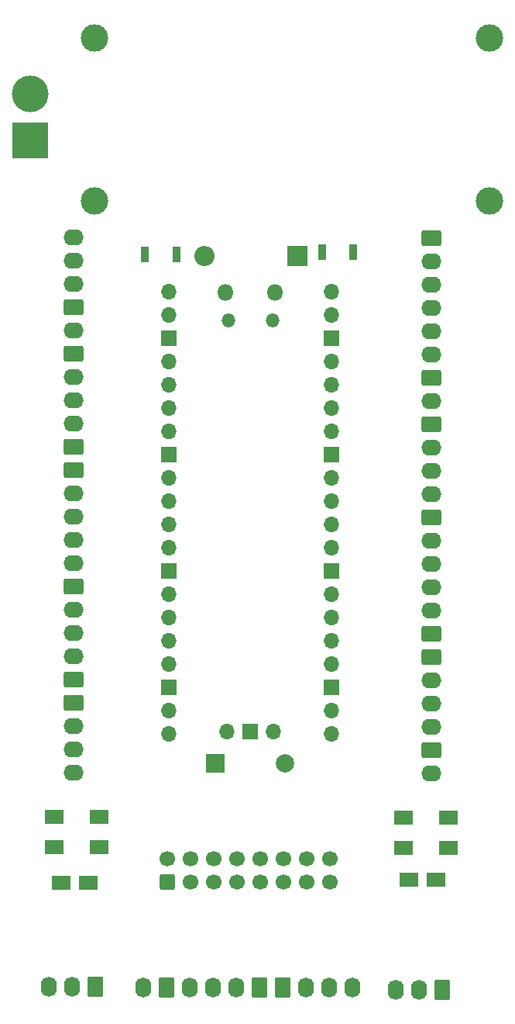
<source format=gts>
G04 #@! TF.GenerationSoftware,KiCad,Pcbnew,7.0.1*
G04 #@! TF.CreationDate,2023-06-05T16:12:44-05:00*
G04 #@! TF.ProjectId,Pico Breakout Board,5069636f-2042-4726-9561-6b6f75742042,rev?*
G04 #@! TF.SameCoordinates,Original*
G04 #@! TF.FileFunction,Soldermask,Top*
G04 #@! TF.FilePolarity,Negative*
%FSLAX46Y46*%
G04 Gerber Fmt 4.6, Leading zero omitted, Abs format (unit mm)*
G04 Created by KiCad (PCBNEW 7.0.1) date 2023-06-05 16:12:44*
%MOMM*%
%LPD*%
G01*
G04 APERTURE LIST*
G04 Aperture macros list*
%AMRoundRect*
0 Rectangle with rounded corners*
0 $1 Rounding radius*
0 $2 $3 $4 $5 $6 $7 $8 $9 X,Y pos of 4 corners*
0 Add a 4 corners polygon primitive as box body*
4,1,4,$2,$3,$4,$5,$6,$7,$8,$9,$2,$3,0*
0 Add four circle primitives for the rounded corners*
1,1,$1+$1,$2,$3*
1,1,$1+$1,$4,$5*
1,1,$1+$1,$6,$7*
1,1,$1+$1,$8,$9*
0 Add four rect primitives between the rounded corners*
20,1,$1+$1,$2,$3,$4,$5,0*
20,1,$1+$1,$4,$5,$6,$7,0*
20,1,$1+$1,$6,$7,$8,$9,0*
20,1,$1+$1,$8,$9,$2,$3,0*%
%AMFreePoly0*
4,1,6,1.000000,0.000000,0.500000,-0.750000,-0.500000,-0.750000,-0.500000,0.750000,0.500000,0.750000,1.000000,0.000000,1.000000,0.000000,$1*%
G04 Aperture macros list end*
%ADD10O,1.740000X2.190000*%
%ADD11RoundRect,0.250000X-0.620000X-0.845000X0.620000X-0.845000X0.620000X0.845000X-0.620000X0.845000X0*%
%ADD12RoundRect,0.250000X0.620000X0.845000X-0.620000X0.845000X-0.620000X-0.845000X0.620000X-0.845000X0*%
%ADD13C,1.700000*%
%ADD14RoundRect,0.250000X0.600000X-0.600000X0.600000X0.600000X-0.600000X0.600000X-0.600000X-0.600000X0*%
%ADD15O,1.700000X1.700000*%
%ADD16R,1.700000X1.700000*%
%ADD17O,1.800000X1.800000*%
%ADD18O,1.500000X1.500000*%
%ADD19C,3.000000*%
%ADD20R,0.900000X1.700000*%
%ADD21RoundRect,0.250000X-0.845000X0.620000X-0.845000X-0.620000X0.845000X-0.620000X0.845000X0.620000X0*%
%ADD22O,2.190000X1.740000*%
%ADD23RoundRect,0.250000X0.845000X-0.620000X0.845000X0.620000X-0.845000X0.620000X-0.845000X-0.620000X0*%
%ADD24R,1.500000X1.500000*%
%ADD25FreePoly0,0.000000*%
%ADD26FreePoly0,180.000000*%
%ADD27C,4.000000*%
%ADD28R,4.000000X4.000000*%
%ADD29O,2.200000X2.200000*%
%ADD30R,2.200000X2.200000*%
%ADD31R,2.000000X1.500000*%
%ADD32R,2.000000X2.000000*%
%ADD33C,2.000000*%
G04 APERTURE END LIST*
D10*
X145796000Y-138430000D03*
X143256000Y-138430000D03*
X140716000Y-138430000D03*
D11*
X138176000Y-138430000D03*
D12*
X135636000Y-138430000D03*
D10*
X133096000Y-138430000D03*
X130556000Y-138430000D03*
X128016000Y-138430000D03*
D12*
X125476000Y-138430000D03*
D10*
X122936000Y-138430000D03*
D13*
X125603000Y-124333000D03*
X128143000Y-124333000D03*
X130683000Y-124333000D03*
X133223000Y-124333000D03*
X135763000Y-124333000D03*
X138303000Y-124333000D03*
X140843000Y-124333000D03*
X143383000Y-124333000D03*
X143383000Y-126873000D03*
X140843000Y-126873000D03*
X138303000Y-126873000D03*
X135763000Y-126873000D03*
X133223000Y-126873000D03*
X130683000Y-126873000D03*
X128143000Y-126873000D03*
D14*
X125603000Y-126873000D03*
D15*
X137185000Y-110455000D03*
D16*
X134645000Y-110455000D03*
D15*
X132105000Y-110455000D03*
X143535000Y-62425000D03*
X143535000Y-64965000D03*
D16*
X143535000Y-67505000D03*
D15*
X143535000Y-70045000D03*
X143535000Y-72585000D03*
X143535000Y-75125000D03*
X143535000Y-77665000D03*
D16*
X143535000Y-80205000D03*
D15*
X143535000Y-82745000D03*
X143535000Y-85285000D03*
X143535000Y-87825000D03*
X143535000Y-90365000D03*
D16*
X143535000Y-92905000D03*
D15*
X143535000Y-95445000D03*
X143535000Y-97985000D03*
X143535000Y-100525000D03*
X143535000Y-103065000D03*
D16*
X143535000Y-105605000D03*
D15*
X143535000Y-108145000D03*
X143535000Y-110685000D03*
X125755000Y-110685000D03*
X125755000Y-108145000D03*
D16*
X125755000Y-105605000D03*
D15*
X125755000Y-103065000D03*
X125755000Y-100525000D03*
X125755000Y-97985000D03*
X125755000Y-95445000D03*
D16*
X125755000Y-92905000D03*
D15*
X125755000Y-90365000D03*
X125755000Y-87825000D03*
X125755000Y-85285000D03*
X125755000Y-82745000D03*
D16*
X125755000Y-80205000D03*
D15*
X125755000Y-77665000D03*
X125755000Y-75125000D03*
X125755000Y-72585000D03*
X125755000Y-70045000D03*
D16*
X125755000Y-67505000D03*
D15*
X125755000Y-64965000D03*
X125755000Y-62425000D03*
D17*
X137370000Y-62555000D03*
D18*
X137070000Y-65585000D03*
X132220000Y-65585000D03*
D17*
X131920000Y-62555000D03*
D19*
X160782000Y-52578000D03*
X160782000Y-34798000D03*
X117602000Y-52578000D03*
X117602000Y-34798000D03*
D20*
X142494000Y-58166000D03*
X145894000Y-58166000D03*
X123141000Y-58420000D03*
X126541000Y-58420000D03*
D21*
X154452000Y-56642000D03*
D22*
X154452000Y-59182000D03*
X154452000Y-61722000D03*
X154452000Y-64262000D03*
X154452000Y-66802000D03*
X154452000Y-69342000D03*
D21*
X154452000Y-71882000D03*
D22*
X154452000Y-74422000D03*
D21*
X154452000Y-76962000D03*
D22*
X154452000Y-79502000D03*
X154452000Y-82042000D03*
X154452000Y-84582000D03*
D21*
X154452000Y-87122000D03*
D22*
X154452000Y-89662000D03*
D23*
X154452000Y-99822000D03*
D22*
X154452000Y-97282000D03*
X154452000Y-94742000D03*
X154452000Y-92202000D03*
D21*
X154452000Y-102362000D03*
D22*
X154452000Y-104902000D03*
X154452000Y-107442000D03*
X154452000Y-109982000D03*
D21*
X154452000Y-112522000D03*
D22*
X154452000Y-115062000D03*
D23*
X115316000Y-94615000D03*
D22*
X115316000Y-92075000D03*
X115316000Y-66675000D03*
D23*
X115316000Y-69215000D03*
D22*
X115316000Y-114935000D03*
X115316000Y-112395000D03*
X115316000Y-109855000D03*
D21*
X115316000Y-107315000D03*
D22*
X115316000Y-97155000D03*
X115316000Y-99695000D03*
X115316000Y-102235000D03*
D23*
X115316000Y-104775000D03*
D22*
X115316000Y-89535000D03*
X115316000Y-86995000D03*
X115316000Y-84455000D03*
D21*
X115316000Y-81915000D03*
D23*
X115316000Y-79375000D03*
D22*
X115316000Y-76835000D03*
X115316000Y-74295000D03*
X115316000Y-71755000D03*
D23*
X115316000Y-64135000D03*
D22*
X115316000Y-61595000D03*
X115316000Y-59055000D03*
X115316000Y-56515000D03*
D24*
X154673000Y-126619000D03*
X152273000Y-126619000D03*
D25*
X151473000Y-126619000D03*
D26*
X155473000Y-126619000D03*
D25*
X113443000Y-127000000D03*
D26*
X117443000Y-127000000D03*
D24*
X116643000Y-127000000D03*
X114243000Y-127000000D03*
D10*
X150499000Y-138630000D03*
X153039000Y-138630000D03*
D12*
X155579000Y-138630000D03*
X117729000Y-138283000D03*
D10*
X115189000Y-138283000D03*
X112649000Y-138283000D03*
D27*
X110617000Y-40894000D03*
D28*
X110617000Y-45974000D03*
D29*
X129667000Y-58547000D03*
D30*
X139827000Y-58547000D03*
D31*
X151384000Y-119888000D03*
X151384000Y-123188000D03*
X156284000Y-123188000D03*
X156284000Y-119888000D03*
X118110000Y-119761000D03*
X118110000Y-123061000D03*
X113210000Y-123061000D03*
X113210000Y-119761000D03*
D32*
X130820000Y-113919000D03*
D33*
X138420000Y-113919000D03*
M02*

</source>
